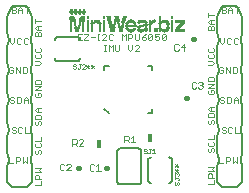
<source format=gto>
G75*
%MOIN*%
%OFA0B0*%
%FSLAX24Y24*%
%IPPOS*%
%LPD*%
%AMOC8*
5,1,8,0,0,1.08239X$1,22.5*
%
%ADD10C,0.0040*%
%ADD11C,0.0080*%
%ADD12C,0.0160*%
%ADD13C,0.0020*%
%ADD14R,0.0160X0.0280*%
%ADD15C,0.0060*%
%ADD16C,0.0010*%
%ADD17R,0.0042X0.0007*%
%ADD18R,0.0035X0.0007*%
%ADD19R,0.0028X0.0007*%
%ADD20R,0.0099X0.0007*%
%ADD21R,0.0106X0.0007*%
%ADD22R,0.0092X0.0007*%
%ADD23R,0.0120X0.0007*%
%ADD24R,0.0113X0.0007*%
%ADD25R,0.0085X0.0007*%
%ADD26R,0.0333X0.0007*%
%ADD27R,0.0099X0.0007*%
%ADD28R,0.0106X0.0007*%
%ADD29R,0.0092X0.0007*%
%ADD30R,0.0163X0.0007*%
%ADD31R,0.0149X0.0007*%
%ADD32R,0.0092X0.0007*%
%ADD33R,0.0127X0.0007*%
%ADD34R,0.0333X0.0007*%
%ADD35R,0.0099X0.0007*%
%ADD36R,0.0106X0.0007*%
%ADD37R,0.0092X0.0007*%
%ADD38R,0.0113X0.0007*%
%ADD39R,0.0191X0.0007*%
%ADD40R,0.0177X0.0007*%
%ADD41R,0.0092X0.0007*%
%ADD42R,0.0149X0.0007*%
%ADD43R,0.0333X0.0007*%
%ADD44R,0.0120X0.0007*%
%ADD45R,0.0212X0.0007*%
%ADD46R,0.0191X0.0007*%
%ADD47R,0.0092X0.0007*%
%ADD48R,0.0177X0.0007*%
%ADD49R,0.0120X0.0007*%
%ADD50R,0.0234X0.0007*%
%ADD51R,0.0205X0.0007*%
%ADD52R,0.0099X0.0007*%
%ADD53R,0.0120X0.0007*%
%ADD54R,0.0092X0.0007*%
%ADD55R,0.0113X0.0007*%
%ADD56R,0.0120X0.0007*%
%ADD57R,0.0255X0.0007*%
%ADD58R,0.0220X0.0007*%
%ADD59R,0.0092X0.0007*%
%ADD60R,0.0106X0.0007*%
%ADD61R,0.0198X0.0007*%
%ADD62R,0.0333X0.0007*%
%ADD63R,0.0135X0.0007*%
%ADD64R,0.0127X0.0007*%
%ADD65R,0.0269X0.0007*%
%ADD66R,0.0326X0.0007*%
%ADD67R,0.0212X0.0007*%
%ADD68R,0.0135X0.0007*%
%ADD69R,0.0127X0.0007*%
%ADD70R,0.0127X0.0007*%
%ADD71R,0.0283X0.0007*%
%ADD72R,0.0333X0.0007*%
%ADD73R,0.0227X0.0007*%
%ADD74R,0.0135X0.0007*%
%ADD75R,0.0127X0.0007*%
%ADD76R,0.0290X0.0007*%
%ADD77R,0.0333X0.0007*%
%ADD78R,0.0135X0.0007*%
%ADD79R,0.0297X0.0007*%
%ADD80R,0.0340X0.0007*%
%ADD81R,0.0149X0.0007*%
%ADD82R,0.0135X0.0007*%
%ADD83R,0.0142X0.0007*%
%ADD84R,0.0312X0.0007*%
%ADD85R,0.0156X0.0007*%
%ADD86R,0.0340X0.0007*%
%ADD87R,0.0142X0.0007*%
%ADD88R,0.0120X0.0007*%
%ADD89R,0.0142X0.0007*%
%ADD90R,0.0326X0.0007*%
%ADD91R,0.0149X0.0007*%
%ADD92R,0.0142X0.0007*%
%ADD93R,0.0106X0.0007*%
%ADD94R,0.0127X0.0007*%
%ADD95R,0.0135X0.0007*%
%ADD96R,0.0113X0.0007*%
%ADD97R,0.0163X0.0007*%
%ADD98R,0.0163X0.0007*%
%ADD99R,0.0156X0.0007*%
%ADD100R,0.0113X0.0007*%
%ADD101R,0.0120X0.0007*%
%ADD102R,0.0163X0.0007*%
%ADD103R,0.0163X0.0007*%
%ADD104R,0.0085X0.0007*%
%ADD105R,0.0170X0.0007*%
%ADD106R,0.0177X0.0007*%
%ADD107R,0.0085X0.0007*%
%ADD108R,0.0078X0.0007*%
%ADD109R,0.0177X0.0007*%
%ADD110R,0.0106X0.0007*%
%ADD111R,0.0113X0.0007*%
%ADD112R,0.0085X0.0007*%
%ADD113R,0.0177X0.0007*%
%ADD114R,0.0085X0.0007*%
%ADD115R,0.0177X0.0007*%
%ADD116R,0.0177X0.0007*%
%ADD117R,0.0099X0.0007*%
%ADD118R,0.0184X0.0007*%
%ADD119R,0.0099X0.0007*%
%ADD120R,0.0368X0.0007*%
%ADD121R,0.0191X0.0007*%
%ADD122R,0.0368X0.0007*%
%ADD123R,0.0163X0.0007*%
%ADD124R,0.0184X0.0007*%
%ADD125R,0.0368X0.0007*%
%ADD126R,0.0290X0.0007*%
%ADD127R,0.0113X0.0007*%
%ADD128R,0.0085X0.0007*%
%ADD129R,0.0368X0.0007*%
%ADD130R,0.0276X0.0007*%
%ADD131R,0.0361X0.0007*%
%ADD132R,0.0255X0.0007*%
%ADD133R,0.0085X0.0007*%
%ADD134R,0.0361X0.0007*%
%ADD135R,0.0220X0.0007*%
%ADD136R,0.0361X0.0007*%
%ADD137R,0.0099X0.0007*%
%ADD138R,0.0106X0.0007*%
%ADD139R,0.0106X0.0007*%
%ADD140R,0.0120X0.0007*%
%ADD141R,0.0219X0.0007*%
%ADD142R,0.0142X0.0007*%
%ADD143R,0.0219X0.0007*%
%ADD144R,0.0312X0.0007*%
%ADD145R,0.0219X0.0007*%
%ADD146R,0.0347X0.0007*%
%ADD147R,0.0312X0.0007*%
%ADD148R,0.0304X0.0007*%
%ADD149R,0.0340X0.0007*%
%ADD150R,0.0312X0.0007*%
%ADD151R,0.0234X0.0007*%
%ADD152R,0.0297X0.0007*%
%ADD153R,0.0219X0.0007*%
%ADD154R,0.0312X0.0007*%
%ADD155R,0.0227X0.0007*%
%ADD156R,0.0283X0.0007*%
%ADD157R,0.0290X0.0007*%
%ADD158R,0.0269X0.0007*%
%ADD159R,0.0205X0.0007*%
%ADD160R,0.0184X0.0007*%
%ADD161R,0.0255X0.0007*%
%ADD162R,0.0198X0.0007*%
%ADD163R,0.0191X0.0007*%
%ADD164R,0.0184X0.0007*%
%ADD165R,0.0241X0.0007*%
%ADD166R,0.0255X0.0007*%
%ADD167R,0.0191X0.0007*%
%ADD168R,0.0198X0.0007*%
%ADD169R,0.0184X0.0007*%
%ADD170R,0.0234X0.0007*%
%ADD171R,0.0212X0.0007*%
%ADD172R,0.0184X0.0007*%
%ADD173R,0.0170X0.0007*%
%ADD174R,0.0170X0.0007*%
%ADD175R,0.0156X0.0007*%
%ADD176R,0.0035X0.0007*%
%ADD177R,0.0170X0.0007*%
%ADD178R,0.0042X0.0007*%
%ADD179R,0.0064X0.0007*%
%ADD180R,0.0028X0.0007*%
%ADD181R,0.0035X0.0007*%
%ADD182R,0.0156X0.0007*%
%ADD183R,0.0177X0.0007*%
%ADD184R,0.0170X0.0007*%
%ADD185R,0.0028X0.0007*%
%ADD186R,0.0028X0.0007*%
%ADD187R,0.0057X0.0007*%
%ADD188R,0.0057X0.0007*%
%ADD189R,0.0042X0.0007*%
%ADD190R,0.0043X0.0007*%
%ADD191R,0.0050X0.0007*%
%ADD192R,0.0050X0.0007*%
%ADD193R,0.0043X0.0007*%
%ADD194R,0.0043X0.0007*%
%ADD195R,0.0035X0.0007*%
%ADD196R,0.0035X0.0007*%
%ADD197R,0.0078X0.0007*%
%ADD198R,0.0064X0.0007*%
D10*
X001237Y000320D02*
X001437Y000320D01*
X001437Y000453D01*
X001437Y000541D02*
X001237Y000541D01*
X001237Y000641D01*
X001270Y000674D01*
X001337Y000674D01*
X001370Y000641D01*
X001370Y000541D01*
X001437Y000762D02*
X001237Y000762D01*
X001237Y000895D02*
X001437Y000895D01*
X001370Y000829D01*
X001437Y000762D01*
X000950Y001068D02*
X000950Y001268D01*
X000816Y001268D02*
X000816Y001068D01*
X000883Y001135D01*
X000950Y001068D01*
X000729Y001168D02*
X000729Y001235D01*
X000695Y001268D01*
X000595Y001268D01*
X000595Y001068D01*
X000595Y001135D02*
X000695Y001135D01*
X000729Y001168D01*
X000508Y001068D02*
X000374Y001068D01*
X000374Y001268D01*
X001229Y001401D02*
X001262Y001367D01*
X001295Y001367D01*
X001329Y001401D01*
X001329Y001467D01*
X001362Y001501D01*
X001395Y001501D01*
X001429Y001467D01*
X001429Y001401D01*
X001395Y001367D01*
X001229Y001401D02*
X001229Y001467D01*
X001262Y001501D01*
X001262Y001588D02*
X001395Y001588D01*
X001429Y001622D01*
X001429Y001688D01*
X001395Y001722D01*
X001262Y001722D02*
X001229Y001688D01*
X001229Y001622D01*
X001262Y001588D01*
X001229Y001809D02*
X001429Y001809D01*
X001429Y001943D01*
X001403Y002328D02*
X001437Y002361D01*
X001437Y002428D01*
X001403Y002461D01*
X001370Y002461D01*
X001337Y002428D01*
X001337Y002361D01*
X001303Y002328D01*
X001270Y002328D01*
X001237Y002361D01*
X001237Y002428D01*
X001270Y002461D01*
X001237Y002549D02*
X001237Y002649D01*
X001270Y002682D01*
X001403Y002682D01*
X001437Y002649D01*
X001437Y002549D01*
X001237Y002549D01*
X001303Y002770D02*
X001237Y002837D01*
X001303Y002903D01*
X001437Y002903D01*
X001337Y002903D02*
X001337Y002770D01*
X001303Y002770D02*
X001437Y002770D01*
X000989Y003076D02*
X000989Y003209D01*
X000922Y003276D01*
X000856Y003209D01*
X000856Y003076D01*
X000768Y003109D02*
X000768Y003243D01*
X000735Y003276D01*
X000635Y003276D01*
X000635Y003076D01*
X000735Y003076D01*
X000768Y003109D01*
X000856Y003176D02*
X000989Y003176D01*
X001237Y003306D02*
X001237Y003373D01*
X001270Y003406D01*
X001237Y003373D01*
X001237Y003306D01*
X001270Y003273D01*
X001403Y003273D01*
X001437Y003306D01*
X001437Y003373D01*
X001403Y003406D01*
X001337Y003406D01*
X001337Y003339D01*
X001337Y003406D01*
X001403Y003406D01*
X001437Y003373D01*
X001437Y003306D01*
X001403Y003273D01*
X001270Y003273D01*
X001237Y003306D01*
X001237Y003494D02*
X001437Y003627D01*
X001237Y003627D01*
X001437Y003627D01*
X001237Y003494D01*
X001437Y003494D01*
X001237Y003494D01*
X001237Y003715D02*
X001237Y003815D01*
X001270Y003848D01*
X001403Y003848D01*
X001437Y003815D01*
X001437Y003715D01*
X001237Y003715D01*
X001237Y003815D01*
X001270Y003848D01*
X001403Y003848D01*
X001437Y003815D01*
X001437Y003715D01*
X001237Y003715D01*
X000916Y004060D02*
X000816Y004060D01*
X000816Y004260D01*
X000916Y004260D01*
X000950Y004227D01*
X000950Y004094D01*
X000916Y004060D01*
X000729Y004060D02*
X000729Y004260D01*
X000595Y004260D02*
X000729Y004060D01*
X000595Y004060D02*
X000595Y004260D01*
X000508Y004227D02*
X000474Y004260D01*
X000408Y004260D01*
X000374Y004227D01*
X000374Y004094D01*
X000408Y004060D01*
X000474Y004060D01*
X000508Y004094D01*
X000508Y004160D01*
X000441Y004160D01*
X001240Y004342D02*
X001374Y004342D01*
X001440Y004409D01*
X001374Y004476D01*
X001240Y004476D01*
X001274Y004563D02*
X001240Y004596D01*
X001240Y004663D01*
X001274Y004697D01*
X001274Y004784D02*
X001407Y004784D01*
X001440Y004817D01*
X001440Y004884D01*
X001407Y004917D01*
X001274Y004917D02*
X001240Y004884D01*
X001240Y004817D01*
X001274Y004784D01*
X001407Y004697D02*
X001440Y004663D01*
X001440Y004596D01*
X001407Y004563D01*
X001274Y004563D01*
X000956Y005044D02*
X000889Y005044D01*
X000856Y005078D01*
X000856Y005211D01*
X000889Y005245D01*
X000956Y005245D01*
X000989Y005211D01*
X000989Y005078D02*
X000956Y005044D01*
X000768Y005078D02*
X000735Y005044D01*
X000668Y005044D01*
X000635Y005078D01*
X000635Y005211D01*
X000668Y005245D01*
X000735Y005245D01*
X000768Y005211D01*
X000547Y005245D02*
X000547Y005111D01*
X000480Y005044D01*
X000414Y005111D01*
X000414Y005245D01*
X001225Y005289D02*
X001225Y005389D01*
X001258Y005422D01*
X001291Y005422D01*
X001325Y005389D01*
X001325Y005289D01*
X001425Y005289D02*
X001225Y005289D01*
X001325Y005389D02*
X001358Y005422D01*
X001391Y005422D01*
X001425Y005389D01*
X001425Y005289D01*
X001425Y005510D02*
X001291Y005510D01*
X001225Y005577D01*
X001291Y005643D01*
X001425Y005643D01*
X001325Y005643D02*
X001325Y005510D01*
X001225Y005731D02*
X001225Y005864D01*
X001225Y005798D02*
X001425Y005798D01*
X000962Y006068D02*
X000962Y006268D01*
X001028Y006268D02*
X000895Y006268D01*
X000808Y006201D02*
X000808Y006068D01*
X000674Y006068D02*
X000674Y006201D01*
X000741Y006268D01*
X000808Y006201D01*
X000808Y006168D02*
X000674Y006168D01*
X000587Y006135D02*
X000587Y006101D01*
X000553Y006068D01*
X000453Y006068D01*
X000453Y006268D01*
X000553Y006268D01*
X000587Y006235D01*
X000587Y006201D01*
X000553Y006168D01*
X000453Y006168D01*
X000553Y006168D02*
X000587Y006135D01*
X002652Y005376D02*
X002652Y005176D01*
X002785Y005176D01*
X002873Y005176D02*
X003006Y005176D01*
X003094Y005276D02*
X003227Y005276D01*
X003315Y005176D02*
X003381Y005176D01*
X003348Y005176D02*
X003348Y005376D01*
X003315Y005376D02*
X003381Y005376D01*
X003462Y005343D02*
X003495Y005376D01*
X003562Y005376D01*
X003595Y005343D01*
X003595Y005310D01*
X003462Y005176D01*
X003595Y005176D01*
X003683Y005209D02*
X003716Y005176D01*
X003783Y005176D01*
X003816Y005209D01*
X003683Y005209D02*
X003683Y005343D01*
X003716Y005376D01*
X003783Y005376D01*
X003816Y005343D01*
X004125Y005376D02*
X004125Y005176D01*
X004258Y005176D02*
X004258Y005376D01*
X004192Y005310D01*
X004125Y005376D01*
X004346Y005376D02*
X004346Y005176D01*
X004346Y005243D02*
X004446Y005243D01*
X004479Y005276D01*
X004479Y005343D01*
X004446Y005376D01*
X004346Y005376D01*
X004567Y005376D02*
X004567Y005209D01*
X004600Y005176D01*
X004667Y005176D01*
X004700Y005209D01*
X004700Y005376D01*
X004788Y005276D02*
X004888Y005276D01*
X004921Y005243D01*
X004921Y005209D01*
X004888Y005176D01*
X004821Y005176D01*
X004788Y005209D01*
X004788Y005276D01*
X004855Y005343D01*
X004921Y005376D01*
X005009Y005343D02*
X005042Y005376D01*
X005109Y005376D01*
X005142Y005343D01*
X005009Y005209D01*
X005042Y005176D01*
X005109Y005176D01*
X005142Y005209D01*
X005142Y005343D01*
X005009Y005343D02*
X005009Y005209D01*
X005230Y005209D02*
X005263Y005176D01*
X005330Y005176D01*
X005363Y005209D01*
X005363Y005276D01*
X005330Y005310D01*
X005297Y005310D01*
X005230Y005276D01*
X005230Y005376D01*
X005363Y005376D01*
X005451Y005343D02*
X005484Y005376D01*
X005551Y005376D01*
X005584Y005343D01*
X005451Y005209D01*
X005484Y005176D01*
X005551Y005176D01*
X005584Y005209D01*
X005584Y005343D01*
X005451Y005343D02*
X005451Y005209D01*
X004700Y004983D02*
X004667Y005016D01*
X004600Y005016D01*
X004567Y004983D01*
X004700Y004983D02*
X004700Y004950D01*
X004567Y004816D01*
X004700Y004816D01*
X004479Y004883D02*
X004479Y005016D01*
X004346Y005016D02*
X004346Y004883D01*
X004413Y004816D01*
X004479Y004883D01*
X004037Y004849D02*
X004037Y005016D01*
X003904Y005016D02*
X003904Y004849D01*
X003937Y004816D01*
X004004Y004816D01*
X004037Y004849D01*
X003816Y004816D02*
X003816Y005016D01*
X003750Y004950D01*
X003683Y005016D01*
X003683Y004816D01*
X003602Y004816D02*
X003536Y004816D01*
X003569Y004816D02*
X003569Y005016D01*
X003536Y005016D02*
X003602Y005016D01*
X003006Y005343D02*
X002873Y005209D01*
X002873Y005176D01*
X002718Y005276D02*
X002652Y005276D01*
X002652Y005376D02*
X002785Y005376D01*
X002873Y005376D02*
X003006Y005376D01*
X003006Y005343D01*
X000547Y003243D02*
X000514Y003276D01*
X000447Y003276D01*
X000414Y003243D01*
X000414Y003209D01*
X000447Y003176D01*
X000514Y003176D01*
X000547Y003143D01*
X000547Y003109D01*
X000514Y003076D01*
X000447Y003076D01*
X000414Y003109D01*
X000486Y002252D02*
X000453Y002219D01*
X000453Y002186D01*
X000486Y002152D01*
X000553Y002152D01*
X000587Y002119D01*
X000587Y002086D01*
X000553Y002052D01*
X000486Y002052D01*
X000453Y002086D01*
X000486Y002252D02*
X000553Y002252D01*
X000587Y002219D01*
X000674Y002219D02*
X000674Y002086D01*
X000707Y002052D01*
X000774Y002052D01*
X000808Y002086D01*
X000895Y002052D02*
X001028Y002052D01*
X000895Y002052D02*
X000895Y002252D01*
X000808Y002219D02*
X000774Y002252D01*
X000707Y002252D01*
X000674Y002219D01*
X007012Y002405D02*
X007045Y002371D01*
X007079Y002371D01*
X007112Y002405D01*
X007112Y002471D01*
X007146Y002505D01*
X007179Y002505D01*
X007212Y002471D01*
X007212Y002405D01*
X007179Y002371D01*
X007012Y002405D02*
X007012Y002471D01*
X007045Y002505D01*
X007012Y002592D02*
X007012Y002692D01*
X007045Y002726D01*
X007179Y002726D01*
X007212Y002692D01*
X007212Y002592D01*
X007012Y002592D01*
X007079Y002813D02*
X007012Y002880D01*
X007079Y002947D01*
X007212Y002947D01*
X007112Y002947D02*
X007112Y002813D01*
X007079Y002813D02*
X007212Y002813D01*
X007447Y003076D02*
X007414Y003109D01*
X007447Y003076D02*
X007514Y003076D01*
X007547Y003109D01*
X007547Y003143D01*
X007514Y003176D01*
X007447Y003176D01*
X007414Y003209D01*
X007414Y003243D01*
X007447Y003276D01*
X007514Y003276D01*
X007547Y003243D01*
X007635Y003276D02*
X007735Y003276D01*
X007768Y003243D01*
X007768Y003109D01*
X007735Y003076D01*
X007635Y003076D01*
X007635Y003276D01*
X007856Y003209D02*
X007856Y003076D01*
X007856Y003176D02*
X007989Y003176D01*
X007989Y003209D02*
X007989Y003076D01*
X007989Y003209D02*
X007922Y003276D01*
X007856Y003209D01*
X007212Y003389D02*
X007212Y003456D01*
X007179Y003489D01*
X007112Y003489D01*
X007112Y003422D01*
X007045Y003355D02*
X007179Y003355D01*
X007212Y003389D01*
X007045Y003355D02*
X007012Y003389D01*
X007012Y003456D01*
X007045Y003489D01*
X007012Y003576D02*
X007212Y003710D01*
X007012Y003710D01*
X007012Y003797D02*
X007012Y003897D01*
X007045Y003931D01*
X007179Y003931D01*
X007212Y003897D01*
X007212Y003797D01*
X007012Y003797D01*
X007012Y003576D02*
X007212Y003576D01*
X007408Y004060D02*
X007474Y004060D01*
X007508Y004094D01*
X007508Y004160D01*
X007441Y004160D01*
X007374Y004094D02*
X007408Y004060D01*
X007374Y004094D02*
X007374Y004227D01*
X007408Y004260D01*
X007474Y004260D01*
X007508Y004227D01*
X007595Y004260D02*
X007729Y004060D01*
X007729Y004260D01*
X007816Y004260D02*
X007916Y004260D01*
X007950Y004227D01*
X007950Y004094D01*
X007916Y004060D01*
X007816Y004060D01*
X007816Y004260D01*
X007595Y004260D02*
X007595Y004060D01*
X007212Y004406D02*
X007146Y004473D01*
X007012Y004473D01*
X007045Y004561D02*
X007179Y004561D01*
X007212Y004594D01*
X007212Y004661D01*
X007179Y004694D01*
X007179Y004782D02*
X007212Y004815D01*
X007212Y004882D01*
X007179Y004915D01*
X007179Y004782D02*
X007045Y004782D01*
X007012Y004815D01*
X007012Y004882D01*
X007045Y004915D01*
X007045Y004694D02*
X007012Y004661D01*
X007012Y004594D01*
X007045Y004561D01*
X007212Y004406D02*
X007146Y004340D01*
X007012Y004340D01*
X007480Y005044D02*
X007547Y005111D01*
X007547Y005245D01*
X007635Y005211D02*
X007635Y005078D01*
X007668Y005044D01*
X007735Y005044D01*
X007768Y005078D01*
X007856Y005078D02*
X007889Y005044D01*
X007956Y005044D01*
X007989Y005078D01*
X007989Y005211D02*
X007956Y005245D01*
X007889Y005245D01*
X007856Y005211D01*
X007856Y005078D01*
X007768Y005211D02*
X007735Y005245D01*
X007668Y005245D01*
X007635Y005211D01*
X007414Y005245D02*
X007414Y005111D01*
X007480Y005044D01*
X007189Y005489D02*
X006988Y005489D01*
X006988Y005589D01*
X007022Y005623D01*
X007055Y005623D01*
X007089Y005589D01*
X007089Y005489D01*
X007189Y005489D02*
X007189Y005589D01*
X007155Y005623D01*
X007122Y005623D01*
X007089Y005589D01*
X007089Y005710D02*
X007089Y005844D01*
X007055Y005844D02*
X006988Y005777D01*
X007055Y005710D01*
X007189Y005710D01*
X007189Y005844D02*
X007055Y005844D01*
X006988Y005931D02*
X006988Y006065D01*
X006988Y005998D02*
X007189Y005998D01*
X007453Y006068D02*
X007553Y006068D01*
X007587Y006101D01*
X007587Y006135D01*
X007553Y006168D01*
X007453Y006168D01*
X007453Y006068D02*
X007453Y006268D01*
X007553Y006268D01*
X007587Y006235D01*
X007587Y006201D01*
X007553Y006168D01*
X007674Y006168D02*
X007808Y006168D01*
X007808Y006201D02*
X007808Y006068D01*
X007962Y006068D02*
X007962Y006268D01*
X008028Y006268D02*
X007895Y006268D01*
X007808Y006201D02*
X007741Y006268D01*
X007674Y006201D01*
X007674Y006068D01*
X007707Y002252D02*
X007674Y002219D01*
X007674Y002086D01*
X007707Y002052D01*
X007774Y002052D01*
X007808Y002086D01*
X007895Y002052D02*
X008028Y002052D01*
X007895Y002052D02*
X007895Y002252D01*
X007808Y002219D02*
X007774Y002252D01*
X007707Y002252D01*
X007587Y002219D02*
X007553Y002252D01*
X007486Y002252D01*
X007453Y002219D01*
X007453Y002186D01*
X007486Y002152D01*
X007553Y002152D01*
X007587Y002119D01*
X007587Y002086D01*
X007553Y002052D01*
X007486Y002052D01*
X007453Y002086D01*
X007212Y002002D02*
X007212Y001868D01*
X007012Y001868D01*
X007045Y001781D02*
X007012Y001747D01*
X007012Y001681D01*
X007045Y001647D01*
X007179Y001647D01*
X007212Y001681D01*
X007212Y001747D01*
X007179Y001781D01*
X007179Y001560D02*
X007212Y001526D01*
X007212Y001460D01*
X007179Y001426D01*
X007112Y001460D02*
X007112Y001526D01*
X007146Y001560D01*
X007179Y001560D01*
X007112Y001460D02*
X007079Y001426D01*
X007045Y001426D01*
X007012Y001460D01*
X007012Y001526D01*
X007045Y001560D01*
X007374Y001268D02*
X007374Y001068D01*
X007508Y001068D01*
X007595Y001068D02*
X007595Y001268D01*
X007695Y001268D01*
X007729Y001235D01*
X007729Y001168D01*
X007695Y001135D01*
X007595Y001135D01*
X007816Y001068D02*
X007883Y001135D01*
X007950Y001068D01*
X007950Y001268D01*
X007816Y001268D02*
X007816Y001068D01*
X007212Y000939D02*
X007146Y000872D01*
X007212Y000805D01*
X007012Y000805D01*
X007045Y000718D02*
X007112Y000718D01*
X007146Y000684D01*
X007146Y000584D01*
X007212Y000584D02*
X007012Y000584D01*
X007012Y000684D01*
X007045Y000718D01*
X007212Y000497D02*
X007212Y000363D01*
X007012Y000363D01*
X007012Y000939D02*
X007212Y000939D01*
D11*
X000474Y000261D02*
X000303Y000432D01*
X000303Y000932D01*
X000356Y001182D01*
X000303Y001432D01*
X000303Y001932D01*
X000356Y002182D01*
X000303Y002432D01*
X000303Y002932D01*
X000356Y003182D01*
X000303Y003432D01*
X000303Y003932D01*
X000356Y004182D01*
X000303Y004432D01*
X000303Y004932D01*
X000356Y005182D01*
X000303Y005432D01*
X000303Y005932D01*
X000474Y006300D01*
X000974Y006300D01*
X001146Y005932D01*
X001146Y005432D01*
X001093Y005182D01*
X001146Y004932D01*
X001146Y004432D01*
X001093Y004182D01*
X001146Y003932D01*
X001146Y003432D01*
X001093Y003182D01*
X001146Y002932D01*
X001146Y002432D01*
X001093Y002182D01*
X001146Y001932D01*
X001146Y001432D01*
X001093Y001182D01*
X001146Y000932D01*
X001146Y000432D01*
X000974Y000261D01*
X000474Y000261D01*
X003546Y002866D02*
X003684Y002728D01*
X004983Y002728D02*
X005121Y002728D01*
X005121Y002866D01*
X005121Y004165D02*
X005121Y004303D01*
X004983Y004303D01*
X003684Y004303D02*
X003546Y004303D01*
X003546Y004165D01*
X002637Y004469D02*
X001987Y004469D01*
X001970Y004471D01*
X001953Y004475D01*
X001937Y004482D01*
X001923Y004492D01*
X001910Y004505D01*
X001900Y004519D01*
X001893Y004535D01*
X001889Y004552D01*
X001887Y004569D01*
X001887Y005169D02*
X001889Y005186D01*
X001893Y005203D01*
X001900Y005219D01*
X001910Y005233D01*
X001923Y005246D01*
X001937Y005256D01*
X001953Y005263D01*
X001970Y005267D01*
X001987Y005269D01*
X002637Y005269D01*
X002654Y005267D01*
X002671Y005263D01*
X002687Y005256D01*
X002701Y005246D01*
X002714Y005233D01*
X002724Y005219D01*
X002731Y005203D01*
X002735Y005186D01*
X002737Y005169D01*
X002737Y004569D02*
X002735Y004552D01*
X002731Y004535D01*
X002724Y004519D01*
X002714Y004505D01*
X002701Y004492D01*
X002687Y004482D01*
X002671Y004475D01*
X002654Y004471D01*
X002637Y004469D01*
X005000Y001156D02*
X005000Y000506D01*
X005002Y000489D01*
X005006Y000472D01*
X005013Y000456D01*
X005023Y000442D01*
X005036Y000429D01*
X005050Y000419D01*
X005066Y000412D01*
X005083Y000408D01*
X005100Y000406D01*
X005700Y000406D02*
X005717Y000408D01*
X005734Y000412D01*
X005750Y000419D01*
X005764Y000429D01*
X005777Y000442D01*
X005787Y000456D01*
X005794Y000472D01*
X005798Y000489D01*
X005800Y000506D01*
X005800Y001156D01*
X005798Y001173D01*
X005794Y001190D01*
X005787Y001206D01*
X005777Y001220D01*
X005764Y001233D01*
X005750Y001243D01*
X005734Y001250D01*
X005717Y001254D01*
X005700Y001256D01*
X005100Y001256D02*
X005083Y001254D01*
X005066Y001250D01*
X005050Y001243D01*
X005036Y001233D01*
X005023Y001220D01*
X005013Y001206D01*
X005006Y001190D01*
X005002Y001173D01*
X005000Y001156D01*
X007303Y000932D02*
X007303Y000432D01*
X007474Y000261D01*
X007974Y000261D01*
X008146Y000432D01*
X008146Y000932D01*
X008093Y001182D01*
X008146Y001432D01*
X008146Y001932D01*
X008093Y002182D01*
X008146Y002432D01*
X008146Y002932D01*
X008093Y003182D01*
X008146Y003432D01*
X008146Y003932D01*
X008093Y004182D01*
X008146Y004432D01*
X008146Y004932D01*
X008093Y005182D01*
X008146Y005432D01*
X008146Y005932D01*
X007974Y006300D01*
X007474Y006300D01*
X007303Y005932D01*
X007303Y005432D01*
X007356Y005182D01*
X007303Y004932D01*
X007303Y004432D01*
X007356Y004182D01*
X007303Y003932D01*
X007303Y003432D01*
X007356Y003182D01*
X007303Y002932D01*
X007303Y002432D01*
X007356Y002182D01*
X007303Y001932D01*
X007303Y001432D01*
X007356Y001182D01*
X007303Y000932D01*
D12*
X006283Y003222D02*
X006259Y003222D01*
X006497Y005198D02*
X006521Y005198D01*
X003637Y000907D02*
X003613Y000907D01*
X002705Y000905D02*
X002681Y000905D01*
D13*
X002427Y000978D02*
X002427Y001015D01*
X002391Y001051D01*
X002317Y001051D01*
X002281Y001015D01*
X002206Y001015D02*
X002170Y001051D01*
X002096Y001051D01*
X002060Y001015D01*
X002060Y000868D01*
X002096Y000831D01*
X002170Y000831D01*
X002206Y000868D01*
X002281Y000831D02*
X002427Y000978D01*
X002427Y000831D02*
X002281Y000831D01*
X003049Y000845D02*
X003085Y000808D01*
X003159Y000808D01*
X003195Y000845D01*
X003270Y000808D02*
X003416Y000808D01*
X003343Y000808D02*
X003343Y001028D01*
X003270Y000955D01*
X003195Y000992D02*
X003159Y001028D01*
X003085Y001028D01*
X003049Y000992D01*
X003049Y000845D01*
X002847Y001644D02*
X002700Y001644D01*
X002847Y001790D01*
X002847Y001827D01*
X002810Y001864D01*
X002737Y001864D01*
X002700Y001827D01*
X002626Y001827D02*
X002626Y001754D01*
X002589Y001717D01*
X002479Y001717D01*
X002552Y001717D02*
X002626Y001644D01*
X002479Y001644D02*
X002479Y001864D01*
X002589Y001864D01*
X002626Y001827D01*
X004213Y001828D02*
X004323Y001828D01*
X004360Y001864D01*
X004360Y001938D01*
X004323Y001974D01*
X004213Y001974D01*
X004213Y001754D01*
X004286Y001828D02*
X004360Y001754D01*
X004434Y001754D02*
X004581Y001754D01*
X004507Y001754D02*
X004507Y001974D01*
X004434Y001901D01*
X006450Y003588D02*
X006487Y003551D01*
X006560Y003551D01*
X006597Y003588D01*
X006671Y003588D02*
X006708Y003551D01*
X006781Y003551D01*
X006818Y003588D01*
X006818Y003625D01*
X006781Y003661D01*
X006744Y003661D01*
X006781Y003661D02*
X006818Y003698D01*
X006818Y003735D01*
X006781Y003771D01*
X006708Y003771D01*
X006671Y003735D01*
X006597Y003735D02*
X006560Y003771D01*
X006487Y003771D01*
X006450Y003735D01*
X006450Y003588D01*
X006206Y004816D02*
X006206Y005036D01*
X006096Y004926D01*
X006243Y004926D01*
X006022Y004999D02*
X005985Y005036D01*
X005912Y005036D01*
X005875Y004999D01*
X005875Y004852D01*
X005912Y004816D01*
X005985Y004816D01*
X006022Y004852D01*
D14*
X005049Y001910D03*
X003371Y001715D03*
D15*
X003969Y001456D02*
X003969Y000456D01*
X003971Y000439D01*
X003975Y000422D01*
X003982Y000406D01*
X003992Y000392D01*
X004005Y000379D01*
X004019Y000369D01*
X004035Y000362D01*
X004052Y000358D01*
X004069Y000356D01*
X004669Y000356D01*
X004686Y000358D01*
X004703Y000362D01*
X004719Y000369D01*
X004733Y000379D01*
X004746Y000392D01*
X004756Y000406D01*
X004763Y000422D01*
X004767Y000439D01*
X004769Y000456D01*
X004769Y001456D01*
X004767Y001473D01*
X004763Y001490D01*
X004756Y001506D01*
X004746Y001520D01*
X004733Y001533D01*
X004719Y001543D01*
X004703Y001550D01*
X004686Y001554D01*
X004669Y001556D01*
X004069Y001556D01*
X004052Y001554D01*
X004035Y001550D01*
X004019Y001543D01*
X004005Y001533D01*
X003992Y001520D01*
X003982Y001506D01*
X003975Y001490D01*
X003971Y001473D01*
X003969Y001456D01*
D16*
X004851Y001486D02*
X004876Y001461D01*
X004926Y001461D01*
X004951Y001436D01*
X004951Y001411D01*
X004926Y001386D01*
X004876Y001386D01*
X004851Y001411D01*
X004851Y001486D02*
X004851Y001511D01*
X004876Y001536D01*
X004926Y001536D01*
X004951Y001511D01*
X005048Y001536D02*
X005098Y001536D01*
X005073Y001536D02*
X005073Y001411D01*
X005048Y001386D01*
X005023Y001386D01*
X004998Y001411D01*
X005145Y001386D02*
X005245Y001386D01*
X005195Y001386D02*
X005195Y001536D01*
X005145Y001486D01*
X005914Y001030D02*
X006014Y000930D01*
X006014Y000883D02*
X005914Y000783D01*
X005914Y000736D02*
X005939Y000736D01*
X005964Y000711D01*
X005989Y000736D01*
X006014Y000736D01*
X006039Y000711D01*
X006039Y000661D01*
X006014Y000636D01*
X005964Y000686D02*
X005964Y000711D01*
X005914Y000736D02*
X005889Y000711D01*
X005889Y000661D01*
X005914Y000636D01*
X005889Y000588D02*
X005889Y000538D01*
X005889Y000563D02*
X006014Y000563D01*
X006039Y000538D01*
X006039Y000513D01*
X006014Y000488D01*
X006014Y000441D02*
X006039Y000416D01*
X006039Y000366D01*
X006014Y000341D01*
X005964Y000366D02*
X005964Y000416D01*
X005989Y000441D01*
X006014Y000441D01*
X005964Y000366D02*
X005939Y000341D01*
X005914Y000341D01*
X005889Y000366D01*
X005889Y000416D01*
X005914Y000441D01*
X005964Y000783D02*
X005964Y000883D01*
X005964Y000930D02*
X005964Y001030D01*
X006014Y001030D02*
X005914Y000930D01*
X005914Y000883D02*
X006014Y000783D01*
X006014Y000833D02*
X005914Y000833D01*
X005914Y000980D02*
X006014Y000980D01*
X003191Y004236D02*
X003091Y004336D01*
X003044Y004336D02*
X002944Y004236D01*
X002944Y004286D02*
X003044Y004286D01*
X003091Y004286D02*
X003191Y004286D01*
X003191Y004336D02*
X003091Y004236D01*
X003044Y004236D02*
X002944Y004336D01*
X002897Y004336D02*
X002872Y004361D01*
X002822Y004361D01*
X002797Y004336D01*
X002749Y004361D02*
X002699Y004361D01*
X002724Y004361D02*
X002724Y004236D01*
X002699Y004211D01*
X002674Y004211D01*
X002649Y004236D01*
X002602Y004236D02*
X002577Y004211D01*
X002527Y004211D01*
X002502Y004236D01*
X002527Y004286D02*
X002577Y004286D01*
X002602Y004261D01*
X002602Y004236D01*
X002527Y004286D02*
X002502Y004311D01*
X002502Y004336D01*
X002527Y004361D01*
X002577Y004361D01*
X002602Y004336D01*
X002797Y004211D02*
X002897Y004311D01*
X002897Y004336D01*
X002897Y004211D02*
X002797Y004211D01*
X002994Y004236D02*
X002994Y004336D01*
X003141Y004336D02*
X003141Y004236D01*
D17*
X004432Y005417D03*
X002896Y006069D03*
X002881Y006111D03*
X002811Y006069D03*
X002811Y006062D03*
X002761Y006069D03*
X002747Y006111D03*
X002676Y006069D03*
X002676Y006062D03*
X002627Y006069D03*
X002612Y006111D03*
X002584Y006012D03*
X002719Y006012D03*
X002853Y006012D03*
X002478Y006111D03*
X002407Y006069D03*
X002407Y006062D03*
X002450Y006012D03*
D18*
X002446Y006161D03*
X004761Y005417D03*
D19*
X005232Y005821D03*
X005558Y005417D03*
D20*
X005558Y005424D03*
X005671Y005573D03*
X005671Y005587D03*
X005671Y005623D03*
X005671Y005637D03*
X005664Y005686D03*
X005813Y005686D03*
X005813Y005672D03*
X005813Y005637D03*
X005813Y005623D03*
X005813Y005587D03*
X005813Y005573D03*
X005813Y005538D03*
X005813Y005523D03*
X005813Y005495D03*
X005813Y005474D03*
X005813Y005446D03*
X005813Y005424D03*
X005813Y005715D03*
X005813Y005736D03*
X005813Y005764D03*
X005813Y005785D03*
X005813Y005863D03*
X005813Y005892D03*
X005813Y005913D03*
X005813Y005941D03*
X005402Y005672D03*
X005077Y005637D03*
X005077Y005623D03*
X005077Y005587D03*
X005077Y005573D03*
X005077Y005538D03*
X005077Y005523D03*
X005077Y005495D03*
X005077Y005474D03*
X005077Y005446D03*
X005077Y005424D03*
X004928Y005573D03*
X004928Y005587D03*
X004928Y005686D03*
X004928Y005715D03*
X004701Y005715D03*
X004694Y005573D03*
X004553Y005538D03*
X004545Y005523D03*
X004553Y005672D03*
X004538Y005715D03*
X004298Y005686D03*
X004298Y005672D03*
X004170Y005715D03*
X004163Y005686D03*
X004156Y005672D03*
X004149Y005637D03*
X004142Y005623D03*
X004021Y005672D03*
X004007Y005736D03*
X003759Y005623D03*
X003816Y005424D03*
X004085Y005424D03*
X004305Y005538D03*
X003391Y005538D03*
X003391Y005523D03*
X003391Y005495D03*
X003391Y005474D03*
X003391Y005446D03*
X003391Y005424D03*
X003391Y005573D03*
X003391Y005587D03*
X003391Y005623D03*
X003391Y005637D03*
X003391Y005672D03*
X003391Y005686D03*
X003143Y005686D03*
X003143Y005672D03*
X002995Y005672D03*
X002995Y005686D03*
X002995Y005715D03*
X002995Y005736D03*
X002995Y005764D03*
X002995Y005785D03*
X002995Y005863D03*
X002995Y005892D03*
X002995Y005913D03*
X002995Y005941D03*
X002846Y005764D03*
X002846Y005736D03*
X002846Y005715D03*
X002846Y005686D03*
X002846Y005672D03*
X002846Y005637D03*
X002846Y005623D03*
X002846Y005587D03*
X002846Y005573D03*
X002846Y005538D03*
X002846Y005523D03*
X002846Y005495D03*
X002846Y005474D03*
X002846Y005446D03*
X002846Y005424D03*
X002995Y005424D03*
X002995Y005446D03*
X002995Y005474D03*
X002995Y005495D03*
X002995Y005523D03*
X002995Y005538D03*
X002995Y005573D03*
X002995Y005587D03*
X002995Y005623D03*
X002995Y005637D03*
X002442Y005637D03*
X002442Y005623D03*
X002442Y005587D03*
X002442Y005573D03*
X002442Y005538D03*
X002442Y005523D03*
X002442Y005495D03*
X002442Y005474D03*
X002442Y005446D03*
X002442Y005424D03*
X002442Y005672D03*
X002442Y005686D03*
X002442Y005715D03*
X002442Y005736D03*
X002442Y005764D03*
D21*
X002644Y005424D03*
X003381Y005715D03*
X003713Y005785D03*
X003721Y005764D03*
X003728Y005736D03*
X003735Y005715D03*
X003742Y005686D03*
X003756Y005637D03*
X003706Y005814D03*
X004174Y005736D03*
X004181Y005764D03*
X004188Y005785D03*
X004209Y005863D03*
X004216Y005892D03*
X004223Y005913D03*
X004230Y005941D03*
X004308Y005715D03*
X004308Y005523D03*
X004924Y005538D03*
X004924Y005672D03*
X005193Y005785D03*
X005406Y005686D03*
X005406Y005538D03*
X005257Y005523D03*
X005257Y005495D03*
X005257Y005474D03*
X005257Y005446D03*
X005257Y005424D03*
X005661Y005538D03*
D22*
X005399Y005573D03*
X005399Y005587D03*
X005399Y005623D03*
X005399Y005637D03*
X005399Y005764D03*
X005399Y005785D03*
X005399Y005814D03*
X005399Y005863D03*
X005399Y005892D03*
X005399Y005913D03*
X005399Y005941D03*
X005073Y005785D03*
X005073Y005764D03*
X004691Y005686D03*
X004549Y005686D03*
X004294Y005573D03*
X004032Y005623D03*
X004032Y005637D03*
X004018Y005686D03*
X004011Y005715D03*
X003891Y005715D03*
X003883Y005686D03*
X003869Y005623D03*
X003536Y005623D03*
X003536Y005637D03*
X003536Y005672D03*
X003536Y005686D03*
X003536Y005715D03*
X003536Y005736D03*
X003536Y005764D03*
X003536Y005785D03*
X003536Y005863D03*
X003536Y005892D03*
X003536Y005913D03*
X003536Y005941D03*
X003536Y005587D03*
X003536Y005573D03*
X003536Y005538D03*
X003536Y005523D03*
X003536Y005495D03*
X003536Y005474D03*
X003536Y005446D03*
X003536Y005424D03*
X003140Y005424D03*
X003140Y005446D03*
X003140Y005474D03*
X003140Y005495D03*
X003140Y005523D03*
X003140Y005538D03*
X003140Y005573D03*
X003140Y005587D03*
X003140Y005623D03*
X003140Y005637D03*
X003140Y005764D03*
X003140Y005785D03*
X002850Y006040D03*
X002581Y006040D03*
X002446Y006040D03*
X002545Y005764D03*
X002552Y005736D03*
X002559Y005715D03*
X002581Y005637D03*
X002581Y005623D03*
X002595Y005573D03*
X002708Y005623D03*
X002736Y005736D03*
X002743Y005764D03*
X005399Y005474D03*
X005399Y005446D03*
X005399Y005424D03*
D23*
X005413Y005523D03*
X005413Y005715D03*
X005186Y005764D03*
X004429Y005814D03*
X004330Y005736D03*
X004429Y005424D03*
X006114Y005672D03*
D24*
X006082Y005637D03*
X006025Y005573D03*
X005983Y005523D03*
X005650Y005523D03*
X005650Y005715D03*
X004921Y005523D03*
X004758Y005424D03*
X004694Y005495D03*
X004708Y005587D03*
X004715Y005736D03*
X004085Y005446D03*
X003816Y005446D03*
X003689Y005892D03*
X003682Y005913D03*
X003675Y005941D03*
X003151Y005715D03*
D25*
X002719Y005672D03*
X002712Y005637D03*
X002570Y005672D03*
X004935Y005424D03*
D26*
X006064Y005424D03*
X006064Y005446D03*
X006064Y005474D03*
X006064Y005495D03*
D27*
X005813Y005481D03*
X005813Y005531D03*
X005813Y005580D03*
X005813Y005630D03*
X005813Y005679D03*
X005813Y005729D03*
X005813Y005778D03*
X005813Y005899D03*
X005813Y005948D03*
X005664Y005679D03*
X005671Y005630D03*
X005671Y005580D03*
X005813Y005431D03*
X005402Y005679D03*
X005077Y005630D03*
X005077Y005580D03*
X005077Y005531D03*
X005077Y005481D03*
X005077Y005431D03*
X004928Y005580D03*
X004928Y005679D03*
X004708Y005729D03*
X004553Y005679D03*
X004545Y005531D03*
X004305Y005531D03*
X004298Y005679D03*
X004170Y005729D03*
X004184Y005778D03*
X004156Y005679D03*
X004085Y005431D03*
X003816Y005431D03*
X003759Y005630D03*
X003745Y005679D03*
X003731Y005729D03*
X003391Y005679D03*
X003391Y005630D03*
X003391Y005580D03*
X003391Y005531D03*
X003391Y005481D03*
X003391Y005431D03*
X003143Y005679D03*
X002995Y005679D03*
X002995Y005630D03*
X002995Y005580D03*
X002995Y005531D03*
X002995Y005481D03*
X002995Y005431D03*
X002846Y005431D03*
X002846Y005481D03*
X002846Y005531D03*
X002846Y005580D03*
X002846Y005630D03*
X002846Y005679D03*
X002846Y005729D03*
X002995Y005729D03*
X002995Y005778D03*
X002995Y005899D03*
X002995Y005948D03*
X002442Y005729D03*
X002442Y005679D03*
X002442Y005630D03*
X002442Y005580D03*
X002442Y005531D03*
X002442Y005481D03*
X002442Y005431D03*
D28*
X002644Y005431D03*
X003721Y005778D03*
X003685Y005899D03*
X004216Y005899D03*
X004528Y005729D03*
X004698Y005580D03*
X004924Y005531D03*
X004917Y005729D03*
X005257Y005481D03*
X005257Y005431D03*
X005654Y005531D03*
D29*
X005399Y005580D03*
X005399Y005630D03*
X005399Y005778D03*
X005399Y005899D03*
X005399Y005948D03*
X005073Y005778D03*
X005399Y005431D03*
X004032Y005630D03*
X004018Y005679D03*
X004011Y005729D03*
X003883Y005679D03*
X003536Y005679D03*
X003536Y005630D03*
X003536Y005580D03*
X003536Y005531D03*
X003536Y005481D03*
X003536Y005431D03*
X003536Y005729D03*
X003536Y005778D03*
X003536Y005899D03*
X003536Y005948D03*
X003140Y005778D03*
X003140Y005630D03*
X003140Y005580D03*
X003140Y005531D03*
X003140Y005481D03*
X003140Y005431D03*
X002722Y005679D03*
X002736Y005729D03*
X002581Y005630D03*
X002595Y005580D03*
X002552Y005729D03*
D30*
X002814Y005899D03*
X004429Y005431D03*
D31*
X004761Y005431D03*
D32*
X004684Y005531D03*
X004931Y005431D03*
X004145Y005630D03*
X002566Y005679D03*
D33*
X003951Y005899D03*
X004085Y005481D03*
X005558Y005431D03*
D34*
X005519Y005481D03*
X006064Y005481D03*
X006064Y005431D03*
D35*
X005813Y005439D03*
X005813Y005453D03*
X005813Y005467D03*
X005813Y005488D03*
X005813Y005502D03*
X005813Y005516D03*
X005813Y005545D03*
X005813Y005552D03*
X005813Y005566D03*
X005813Y005594D03*
X005813Y005608D03*
X005813Y005616D03*
X005813Y005644D03*
X005813Y005658D03*
X005813Y005665D03*
X005813Y005693D03*
X005813Y005708D03*
X005813Y005722D03*
X005813Y005743D03*
X005813Y005757D03*
X005813Y005771D03*
X005813Y005793D03*
X005813Y005807D03*
X005813Y005856D03*
X005813Y005870D03*
X005813Y005885D03*
X005813Y005906D03*
X005813Y005920D03*
X005813Y005934D03*
X005671Y005665D03*
X005671Y005658D03*
X005671Y005644D03*
X005671Y005616D03*
X005671Y005608D03*
X005671Y005594D03*
X005664Y005552D03*
X005402Y005552D03*
X005402Y005566D03*
X005402Y005665D03*
X005197Y005793D03*
X005077Y005665D03*
X005077Y005658D03*
X005077Y005644D03*
X005077Y005616D03*
X005077Y005608D03*
X005077Y005594D03*
X005077Y005566D03*
X005077Y005552D03*
X005077Y005545D03*
X005077Y005516D03*
X005077Y005502D03*
X005077Y005488D03*
X005077Y005467D03*
X005077Y005453D03*
X005077Y005439D03*
X004928Y005545D03*
X004928Y005552D03*
X004928Y005566D03*
X004928Y005594D03*
X004928Y005693D03*
X004928Y005708D03*
X004921Y005722D03*
X004701Y005722D03*
X004553Y005665D03*
X004687Y005552D03*
X004687Y005516D03*
X004298Y005545D03*
X004298Y005552D03*
X004156Y005665D03*
X004149Y005644D03*
X004142Y005616D03*
X004163Y005693D03*
X004163Y005708D03*
X004170Y005722D03*
X004177Y005743D03*
X004177Y005757D03*
X004184Y005771D03*
X004191Y005807D03*
X004199Y005835D03*
X004206Y005856D03*
X004213Y005885D03*
X004220Y005906D03*
X004227Y005934D03*
X004298Y005693D03*
X004036Y005616D03*
X004029Y005644D03*
X003767Y005608D03*
X003752Y005658D03*
X003738Y005708D03*
X003724Y005757D03*
X003391Y005665D03*
X003391Y005658D03*
X003391Y005644D03*
X003391Y005616D03*
X003391Y005608D03*
X003391Y005594D03*
X003391Y005566D03*
X003391Y005552D03*
X003391Y005545D03*
X003391Y005516D03*
X003391Y005502D03*
X003391Y005488D03*
X003391Y005467D03*
X003391Y005453D03*
X003391Y005439D03*
X003143Y005665D03*
X002995Y005665D03*
X002995Y005658D03*
X002995Y005644D03*
X002995Y005616D03*
X002995Y005608D03*
X002995Y005594D03*
X002995Y005566D03*
X002995Y005552D03*
X002995Y005545D03*
X002995Y005516D03*
X002995Y005502D03*
X002995Y005488D03*
X002995Y005467D03*
X002995Y005453D03*
X002995Y005439D03*
X002846Y005439D03*
X002846Y005453D03*
X002846Y005467D03*
X002846Y005488D03*
X002846Y005502D03*
X002846Y005516D03*
X002846Y005545D03*
X002846Y005552D03*
X002846Y005566D03*
X002846Y005594D03*
X002846Y005608D03*
X002846Y005616D03*
X002846Y005644D03*
X002846Y005658D03*
X002846Y005665D03*
X002846Y005693D03*
X002846Y005708D03*
X002846Y005722D03*
X002846Y005743D03*
X002846Y005757D03*
X002846Y005771D03*
X002995Y005771D03*
X002995Y005757D03*
X002995Y005743D03*
X002995Y005722D03*
X002995Y005708D03*
X002995Y005693D03*
X002995Y005793D03*
X002995Y005807D03*
X002995Y005856D03*
X002995Y005870D03*
X002995Y005885D03*
X002995Y005906D03*
X002995Y005920D03*
X002995Y005934D03*
X002442Y005771D03*
X002442Y005757D03*
X002442Y005743D03*
X002442Y005722D03*
X002442Y005708D03*
X002442Y005693D03*
X002442Y005665D03*
X002442Y005658D03*
X002442Y005644D03*
X002442Y005616D03*
X002442Y005608D03*
X002442Y005594D03*
X002442Y005566D03*
X002442Y005552D03*
X002442Y005545D03*
X002442Y005516D03*
X002442Y005502D03*
X002442Y005488D03*
X002442Y005467D03*
X002442Y005453D03*
X002442Y005439D03*
D36*
X002644Y005439D03*
X003147Y005693D03*
X003388Y005693D03*
X003388Y005708D03*
X003713Y005793D03*
X003713Y005807D03*
X003706Y005821D03*
X003692Y005870D03*
X003685Y005906D03*
X003678Y005934D03*
X003721Y005771D03*
X003728Y005743D03*
X003735Y005722D03*
X003742Y005693D03*
X003756Y005644D03*
X003763Y005616D03*
X003813Y005439D03*
X004188Y005793D03*
X004202Y005842D03*
X004209Y005870D03*
X004223Y005920D03*
X004315Y005722D03*
X004308Y005708D03*
X004315Y005516D03*
X004542Y005516D03*
X004691Y005502D03*
X005257Y005502D03*
X005257Y005488D03*
X005257Y005467D03*
X005257Y005453D03*
X005257Y005439D03*
X005257Y005516D03*
X005406Y005545D03*
X005406Y005693D03*
X005654Y005708D03*
X005661Y005693D03*
X005661Y005545D03*
D37*
X005399Y005594D03*
X005399Y005608D03*
X005399Y005616D03*
X005399Y005644D03*
X005399Y005658D03*
X005399Y005757D03*
X005399Y005771D03*
X005399Y005793D03*
X005399Y005807D03*
X005399Y005821D03*
X005399Y005835D03*
X005399Y005842D03*
X005399Y005856D03*
X005399Y005870D03*
X005399Y005885D03*
X005399Y005906D03*
X005399Y005920D03*
X005399Y005934D03*
X005073Y005807D03*
X005073Y005793D03*
X005073Y005771D03*
X004698Y005708D03*
X004691Y005566D03*
X004556Y005658D03*
X004549Y005693D03*
X004542Y005708D03*
X004294Y005566D03*
X004152Y005658D03*
X004138Y005608D03*
X004039Y005608D03*
X004025Y005658D03*
X004025Y005665D03*
X004018Y005693D03*
X004011Y005708D03*
X004011Y005722D03*
X004004Y005743D03*
X004004Y005757D03*
X003891Y005722D03*
X003891Y005708D03*
X003883Y005693D03*
X003876Y005658D03*
X003536Y005658D03*
X003536Y005665D03*
X003536Y005644D03*
X003536Y005616D03*
X003536Y005608D03*
X003536Y005594D03*
X003536Y005566D03*
X003536Y005552D03*
X003536Y005545D03*
X003536Y005516D03*
X003536Y005502D03*
X003536Y005488D03*
X003536Y005467D03*
X003536Y005453D03*
X003536Y005439D03*
X003536Y005693D03*
X003536Y005708D03*
X003536Y005722D03*
X003536Y005743D03*
X003536Y005757D03*
X003536Y005771D03*
X003536Y005793D03*
X003536Y005807D03*
X003536Y005856D03*
X003536Y005870D03*
X003536Y005885D03*
X003536Y005906D03*
X003536Y005920D03*
X003536Y005934D03*
X003140Y005807D03*
X003140Y005793D03*
X003140Y005771D03*
X003140Y005757D03*
X003140Y005658D03*
X003140Y005644D03*
X003140Y005616D03*
X003140Y005608D03*
X003140Y005594D03*
X003140Y005566D03*
X003140Y005552D03*
X003140Y005545D03*
X003140Y005516D03*
X003140Y005502D03*
X003140Y005488D03*
X003140Y005467D03*
X003140Y005453D03*
X003140Y005439D03*
X002729Y005708D03*
X002743Y005757D03*
X002573Y005665D03*
X002573Y005658D03*
X002559Y005708D03*
X002559Y005722D03*
X002552Y005743D03*
X002545Y005757D03*
X002545Y005771D03*
X002588Y005608D03*
X005399Y005467D03*
X005399Y005453D03*
X005399Y005439D03*
D38*
X005409Y005708D03*
X004921Y005665D03*
X004085Y005453D03*
X004085Y005439D03*
X003816Y005453D03*
X003377Y005722D03*
X003151Y005708D03*
X003689Y005885D03*
X003682Y005920D03*
X005976Y005516D03*
X006004Y005552D03*
X006132Y005693D03*
D39*
X005562Y005453D03*
X004776Y005616D03*
X004429Y005439D03*
X004089Y005594D03*
X003813Y005594D03*
X002800Y005793D03*
X002488Y005793D03*
X002488Y005807D03*
D40*
X002481Y005856D03*
X002481Y005870D03*
X002644Y005552D03*
X002644Y005545D03*
X003813Y005566D03*
X004761Y005439D03*
D41*
X004684Y005545D03*
X004931Y005608D03*
X004931Y005616D03*
X004931Y005453D03*
X004931Y005439D03*
X005569Y005807D03*
X003898Y005757D03*
X003898Y005743D03*
X002566Y005693D03*
D42*
X002644Y005516D03*
X002644Y005502D03*
X003813Y005516D03*
X004089Y005516D03*
X005427Y005502D03*
X005562Y005439D03*
X005569Y005793D03*
D43*
X005519Y005488D03*
X006064Y005488D03*
X006064Y005467D03*
X006064Y005453D03*
X006064Y005439D03*
X003260Y005743D03*
D44*
X002644Y005446D03*
X004521Y005736D03*
X004910Y005736D03*
X005994Y005538D03*
X006036Y005587D03*
X006128Y005686D03*
X006149Y005715D03*
D45*
X004425Y005446D03*
D46*
X004761Y005446D03*
X004089Y005587D03*
X003954Y005764D03*
X002800Y005785D03*
X002488Y005814D03*
D47*
X002566Y005686D03*
X002715Y006040D03*
X003898Y005736D03*
X004684Y005538D03*
X004684Y005523D03*
X004931Y005446D03*
D48*
X005562Y005446D03*
X005569Y005785D03*
X004089Y005573D03*
X003310Y005785D03*
D49*
X003813Y005467D03*
X004917Y005516D03*
X005647Y005516D03*
X005647Y005722D03*
X006001Y005545D03*
X006043Y005594D03*
X006086Y005644D03*
X006100Y005658D03*
X006142Y005708D03*
X002644Y005453D03*
D50*
X004429Y005453D03*
X005569Y005757D03*
D51*
X004761Y005453D03*
D52*
X004687Y005509D03*
X004687Y005559D03*
X004545Y005701D03*
X004305Y005701D03*
X004177Y005750D03*
X004163Y005701D03*
X004149Y005651D03*
X004191Y005800D03*
X004199Y005828D03*
X004206Y005849D03*
X004213Y005878D03*
X004298Y005559D03*
X003752Y005651D03*
X003738Y005701D03*
X003391Y005651D03*
X003391Y005601D03*
X003391Y005559D03*
X003391Y005509D03*
X003391Y005460D03*
X002995Y005460D03*
X002995Y005509D03*
X002995Y005559D03*
X002995Y005601D03*
X002995Y005651D03*
X002995Y005701D03*
X002995Y005750D03*
X002995Y005800D03*
X002995Y005878D03*
X002995Y005927D03*
X002846Y005750D03*
X002846Y005701D03*
X002846Y005651D03*
X002846Y005601D03*
X002846Y005559D03*
X002846Y005509D03*
X002846Y005460D03*
X002442Y005460D03*
X002442Y005509D03*
X002442Y005559D03*
X002442Y005601D03*
X002442Y005651D03*
X002442Y005701D03*
X002442Y005750D03*
X004928Y005701D03*
X004928Y005559D03*
X005077Y005559D03*
X005077Y005601D03*
X005077Y005651D03*
X005077Y005509D03*
X005077Y005460D03*
X005402Y005559D03*
X005664Y005559D03*
X005671Y005601D03*
X005671Y005651D03*
X005813Y005651D03*
X005813Y005701D03*
X005813Y005750D03*
X005813Y005800D03*
X005813Y005878D03*
X005813Y005927D03*
X005813Y005601D03*
X005813Y005559D03*
X005813Y005509D03*
X005813Y005460D03*
D53*
X006050Y005601D03*
X006093Y005651D03*
X005639Y005509D03*
X002644Y005460D03*
D54*
X002588Y005601D03*
X002573Y005651D03*
X002559Y005701D03*
X002552Y005750D03*
X002729Y005701D03*
X003140Y005750D03*
X003140Y005800D03*
X003140Y005651D03*
X003140Y005601D03*
X003140Y005559D03*
X003140Y005509D03*
X003140Y005460D03*
X003536Y005460D03*
X003536Y005509D03*
X003536Y005559D03*
X003536Y005601D03*
X003536Y005651D03*
X003536Y005701D03*
X003536Y005750D03*
X003536Y005800D03*
X003536Y005878D03*
X003536Y005927D03*
X003876Y005651D03*
X004025Y005651D03*
X004018Y005701D03*
X004004Y005750D03*
X004698Y005701D03*
X005073Y005800D03*
X005200Y005800D03*
X005399Y005800D03*
X005399Y005828D03*
X005399Y005849D03*
X005399Y005878D03*
X005399Y005927D03*
X005399Y005651D03*
X005399Y005601D03*
X005399Y005460D03*
X002850Y006118D03*
X002581Y006118D03*
X002446Y006118D03*
D55*
X003816Y005460D03*
X004319Y005509D03*
X005409Y005701D03*
X006139Y005701D03*
D56*
X005087Y005701D03*
X004089Y005460D03*
D57*
X004425Y005460D03*
D58*
X004761Y005460D03*
D59*
X004931Y005460D03*
X004931Y005601D03*
X003898Y005750D03*
X002715Y005651D03*
X002715Y006118D03*
D60*
X003147Y005701D03*
X003388Y005701D03*
X003713Y005800D03*
X003706Y005828D03*
X003692Y005878D03*
X003678Y005927D03*
X003728Y005750D03*
X004223Y005927D03*
X005257Y005509D03*
X005257Y005460D03*
X005661Y005701D03*
D61*
X005565Y005460D03*
D62*
X005519Y005750D03*
X006064Y005460D03*
D63*
X004910Y005658D03*
X002644Y005488D03*
X002644Y005467D03*
D64*
X003158Y005722D03*
X003951Y005906D03*
X004085Y005467D03*
X004723Y005594D03*
X005416Y005516D03*
X005416Y005722D03*
D65*
X004815Y005771D03*
X004425Y005467D03*
D66*
X004815Y005467D03*
D67*
X005565Y005467D03*
D68*
X002644Y005474D03*
D69*
X003816Y005474D03*
D70*
X004085Y005474D03*
X003951Y005892D03*
X003951Y005913D03*
D71*
X004425Y005474D03*
X004815Y005764D03*
D72*
X004811Y005474D03*
D73*
X004425Y005785D03*
X005565Y005474D03*
D74*
X002644Y005481D03*
D75*
X003816Y005481D03*
X005636Y005729D03*
D76*
X004429Y005481D03*
D77*
X004811Y005481D03*
D78*
X005094Y005708D03*
X005632Y005502D03*
X004089Y005488D03*
X003813Y005488D03*
D79*
X004425Y005488D03*
D80*
X004807Y005488D03*
D81*
X005101Y005715D03*
X003813Y005523D03*
X002821Y005941D03*
X002644Y005495D03*
D82*
X003813Y005495D03*
D83*
X004085Y005495D03*
X003951Y005863D03*
D84*
X004425Y005495D03*
D85*
X004085Y005523D03*
X004900Y005495D03*
X002818Y005913D03*
X002471Y005941D03*
D86*
X003264Y005736D03*
X005523Y005495D03*
D87*
X004815Y005807D03*
X004085Y005502D03*
X003816Y005502D03*
X003951Y005870D03*
X003951Y005885D03*
D88*
X003947Y005920D03*
X004330Y005502D03*
X004528Y005502D03*
X005186Y005771D03*
X006057Y005608D03*
X006064Y005616D03*
X006107Y005665D03*
X006156Y005722D03*
D89*
X004907Y005502D03*
D90*
X006068Y005502D03*
D91*
X004089Y005509D03*
X002644Y005509D03*
D92*
X003816Y005509D03*
X003951Y005878D03*
D93*
X003699Y005849D03*
X004535Y005509D03*
D94*
X004914Y005509D03*
D95*
X005420Y005509D03*
X005569Y005800D03*
X003310Y005800D03*
D96*
X003951Y005927D03*
X005969Y005509D03*
X006011Y005559D03*
D97*
X002644Y005538D03*
X002644Y005523D03*
D98*
X002644Y005531D03*
D99*
X003816Y005531D03*
X004085Y005531D03*
D100*
X004319Y005729D03*
X005190Y005778D03*
X005409Y005531D03*
X006032Y005580D03*
X006075Y005630D03*
D101*
X005986Y005531D03*
X003374Y005729D03*
D102*
X003813Y005538D03*
X004089Y005538D03*
X002814Y005892D03*
X002474Y005913D03*
D103*
X002474Y005920D03*
X002474Y005906D03*
X002814Y005906D03*
X002814Y005885D03*
X003310Y005793D03*
X003813Y005552D03*
X003813Y005545D03*
X004089Y005545D03*
X004089Y005552D03*
D104*
X003887Y005701D03*
X002740Y005750D03*
X002704Y005601D03*
X002690Y005559D03*
X002598Y005559D03*
D105*
X003816Y005559D03*
D106*
X004089Y005559D03*
X004889Y005651D03*
X002807Y005828D03*
X002807Y005849D03*
D107*
X002747Y005771D03*
X002740Y005743D03*
X002733Y005722D03*
X002726Y005693D03*
X002704Y005616D03*
X002704Y005608D03*
X002697Y005594D03*
X002598Y005566D03*
X002591Y005594D03*
X002584Y005616D03*
X002577Y005644D03*
X002584Y006033D03*
X002450Y006033D03*
X002853Y006033D03*
X003880Y005665D03*
X003873Y005644D03*
X003866Y005616D03*
X003866Y005608D03*
X004694Y005693D03*
D108*
X005208Y005807D03*
X002850Y006125D03*
X002850Y006132D03*
X002581Y006132D03*
X002581Y006125D03*
X002446Y006125D03*
X002446Y006132D03*
X002694Y005566D03*
D109*
X002807Y005835D03*
X002807Y005842D03*
X003954Y005793D03*
X004089Y005566D03*
D110*
X004195Y005821D03*
X004535Y005722D03*
X003749Y005665D03*
X003699Y005842D03*
X003699Y005856D03*
X003310Y005807D03*
X005668Y005566D03*
D111*
X006018Y005566D03*
X005084Y005693D03*
X003951Y005934D03*
X003703Y005835D03*
D112*
X003880Y005672D03*
X003873Y005637D03*
X002733Y005715D03*
X002726Y005686D03*
X002697Y005587D03*
X002697Y005573D03*
X002591Y005587D03*
D113*
X002481Y005863D03*
X003813Y005573D03*
D114*
X003873Y005630D03*
X002697Y005580D03*
D115*
X003813Y005580D03*
D116*
X004089Y005580D03*
D117*
X004291Y005580D03*
D118*
X003809Y005587D03*
X002804Y005814D03*
D119*
X004291Y005587D03*
D120*
X004425Y005594D03*
X004425Y005608D03*
X004425Y005616D03*
D121*
X004089Y005601D03*
X003813Y005601D03*
X002488Y005800D03*
D122*
X004425Y005601D03*
D123*
X004740Y005601D03*
X002474Y005927D03*
D124*
X002485Y005842D03*
X002485Y005835D03*
X002485Y005821D03*
X002804Y005821D03*
X002804Y005807D03*
X004758Y005608D03*
D125*
X004425Y005623D03*
D126*
X004832Y005623D03*
D127*
X005084Y005686D03*
X006068Y005623D03*
X003951Y005941D03*
X003696Y005863D03*
D128*
X003894Y005729D03*
X002712Y005630D03*
D129*
X004425Y005630D03*
D130*
X004839Y005630D03*
D131*
X004422Y005637D03*
D132*
X004850Y005637D03*
D133*
X002719Y005658D03*
X002719Y005665D03*
X002712Y005644D03*
X002719Y006033D03*
D134*
X004422Y005644D03*
D135*
X004868Y005644D03*
D136*
X004422Y005651D03*
D137*
X004291Y005658D03*
X004291Y005665D03*
D138*
X004195Y005814D03*
X003749Y005672D03*
X005080Y005672D03*
X005668Y005672D03*
D139*
X005080Y005679D03*
D140*
X006121Y005679D03*
D141*
X005137Y005722D03*
X005137Y005743D03*
X005137Y005757D03*
D142*
X005424Y005729D03*
X003165Y005729D03*
D143*
X005137Y005729D03*
D144*
X006068Y005729D03*
X006068Y005778D03*
D145*
X005569Y005764D03*
X005137Y005736D03*
X003310Y005764D03*
D146*
X005526Y005736D03*
D147*
X006068Y005736D03*
X006068Y005764D03*
X006068Y005785D03*
D148*
X004811Y005743D03*
X004422Y005743D03*
D149*
X005523Y005743D03*
D150*
X006068Y005743D03*
X006068Y005757D03*
X006068Y005771D03*
X006068Y005793D03*
X006068Y005807D03*
D151*
X003310Y005750D03*
D152*
X004425Y005750D03*
X004815Y005750D03*
D153*
X005137Y005750D03*
D154*
X006068Y005750D03*
X006068Y005800D03*
D155*
X003306Y005757D03*
D156*
X004425Y005757D03*
D157*
X004811Y005757D03*
D158*
X004425Y005764D03*
D159*
X003310Y005771D03*
X005569Y005771D03*
D160*
X003951Y005771D03*
D161*
X004425Y005771D03*
D162*
X002492Y005778D03*
D163*
X002800Y005778D03*
X003310Y005778D03*
D164*
X003951Y005778D03*
D165*
X004425Y005778D03*
D166*
X004815Y005778D03*
D167*
X005569Y005778D03*
D168*
X002492Y005785D03*
D169*
X003951Y005785D03*
D170*
X004811Y005785D03*
D171*
X004815Y005793D03*
X004425Y005793D03*
D172*
X004425Y005800D03*
X004815Y005800D03*
X002804Y005800D03*
X002485Y005828D03*
D173*
X002478Y005878D03*
X002811Y005878D03*
X003951Y005800D03*
D174*
X003951Y005807D03*
X003951Y005821D03*
X002811Y005856D03*
X002811Y005870D03*
X002478Y005885D03*
D175*
X002471Y005934D03*
X002818Y005934D03*
X002818Y005920D03*
X003951Y005856D03*
X003951Y005842D03*
X003951Y005835D03*
X004425Y005807D03*
D176*
X003310Y005814D03*
D177*
X002811Y005863D03*
X002478Y005892D03*
X003951Y005814D03*
D178*
X004815Y005814D03*
X002896Y006090D03*
X002853Y006154D03*
X002818Y006104D03*
X002811Y006090D03*
X002818Y006055D03*
X002853Y006005D03*
X002761Y006090D03*
X002754Y006104D03*
X002719Y006154D03*
X002683Y006104D03*
X002676Y006090D03*
X002683Y006055D03*
X002719Y006005D03*
X002584Y006005D03*
X002549Y006055D03*
X002549Y006104D03*
X002584Y006154D03*
X002619Y006104D03*
X002627Y006090D03*
X002485Y006104D03*
X002450Y006154D03*
X002414Y006104D03*
X002414Y006055D03*
X002450Y006005D03*
D179*
X002581Y006140D03*
X002715Y006140D03*
X002850Y006140D03*
X005215Y005814D03*
D180*
X005565Y005814D03*
D181*
X004429Y005821D03*
X002850Y006161D03*
X002715Y006161D03*
X002581Y006161D03*
D182*
X002818Y005927D03*
X003951Y005849D03*
X003951Y005828D03*
D183*
X002481Y005849D03*
D184*
X002478Y005899D03*
D185*
X002450Y005998D03*
X002584Y005998D03*
D186*
X002719Y005998D03*
X002853Y005998D03*
D187*
X002853Y006019D03*
X002719Y006019D03*
X002584Y006019D03*
X002450Y006019D03*
D188*
X002450Y006026D03*
X002584Y006026D03*
X002719Y006026D03*
X002853Y006026D03*
D189*
X002825Y006047D03*
X002811Y006097D03*
X002853Y006147D03*
X002881Y006047D03*
X002747Y006047D03*
X002676Y006097D03*
X002719Y006147D03*
X002584Y006147D03*
X002556Y006047D03*
X002612Y006047D03*
X002478Y006047D03*
X002421Y006047D03*
X002407Y006097D03*
X002450Y006147D03*
D190*
X002542Y006097D03*
X002690Y006047D03*
D191*
X002750Y006055D03*
X002885Y006055D03*
X002616Y006055D03*
X002481Y006055D03*
X002403Y006090D03*
D192*
X002418Y006111D03*
X002488Y006062D03*
X002552Y006111D03*
X002623Y006062D03*
X002687Y006111D03*
X002758Y006062D03*
X002821Y006111D03*
X002892Y006062D03*
D193*
X002542Y006062D03*
X002542Y006069D03*
X002492Y006069D03*
D194*
X002492Y006090D03*
X002542Y006090D03*
X002889Y006104D03*
D195*
X002892Y006097D03*
X002488Y006097D03*
D196*
X002623Y006097D03*
X002758Y006097D03*
D197*
X002715Y006125D03*
X002715Y006132D03*
D198*
X002446Y006140D03*
M02*

</source>
